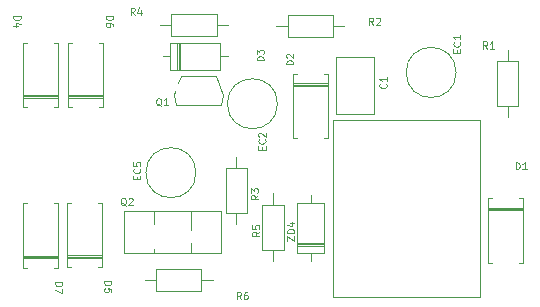
<source format=gbr>
%TF.GenerationSoftware,KiCad,Pcbnew,(7.0.0)*%
%TF.CreationDate,2023-11-14T21:29:08+01:00*%
%TF.ProjectId,reversepcb1,72657665-7273-4657-9063-62312e6b6963,rev?*%
%TF.SameCoordinates,Original*%
%TF.FileFunction,Legend,Top*%
%TF.FilePolarity,Positive*%
%FSLAX46Y46*%
G04 Gerber Fmt 4.6, Leading zero omitted, Abs format (unit mm)*
G04 Created by KiCad (PCBNEW (7.0.0)) date 2023-11-14 21:29:08*
%MOMM*%
%LPD*%
G01*
G04 APERTURE LIST*
%ADD10C,0.100000*%
%ADD11C,0.120000*%
G04 APERTURE END LIST*
D10*
X133669571Y-122047143D02*
X134269571Y-122047143D01*
X134269571Y-122047143D02*
X134269571Y-122190000D01*
X134269571Y-122190000D02*
X134241000Y-122275714D01*
X134241000Y-122275714D02*
X134183857Y-122332857D01*
X134183857Y-122332857D02*
X134126714Y-122361428D01*
X134126714Y-122361428D02*
X134012428Y-122390000D01*
X134012428Y-122390000D02*
X133926714Y-122390000D01*
X133926714Y-122390000D02*
X133812428Y-122361428D01*
X133812428Y-122361428D02*
X133755285Y-122332857D01*
X133755285Y-122332857D02*
X133698142Y-122275714D01*
X133698142Y-122275714D02*
X133669571Y-122190000D01*
X133669571Y-122190000D02*
X133669571Y-122047143D01*
X134269571Y-122932857D02*
X134269571Y-122647143D01*
X134269571Y-122647143D02*
X133983857Y-122618571D01*
X133983857Y-122618571D02*
X134012428Y-122647143D01*
X134012428Y-122647143D02*
X134041000Y-122704286D01*
X134041000Y-122704286D02*
X134041000Y-122847143D01*
X134041000Y-122847143D02*
X134012428Y-122904286D01*
X134012428Y-122904286D02*
X133983857Y-122932857D01*
X133983857Y-122932857D02*
X133926714Y-122961428D01*
X133926714Y-122961428D02*
X133783857Y-122961428D01*
X133783857Y-122961428D02*
X133726714Y-122932857D01*
X133726714Y-122932857D02*
X133698142Y-122904286D01*
X133698142Y-122904286D02*
X133669571Y-122847143D01*
X133669571Y-122847143D02*
X133669571Y-122704286D01*
X133669571Y-122704286D02*
X133698142Y-122647143D01*
X133698142Y-122647143D02*
X133726714Y-122618571D01*
X129509571Y-122107143D02*
X130109571Y-122107143D01*
X130109571Y-122107143D02*
X130109571Y-122250000D01*
X130109571Y-122250000D02*
X130081000Y-122335714D01*
X130081000Y-122335714D02*
X130023857Y-122392857D01*
X130023857Y-122392857D02*
X129966714Y-122421428D01*
X129966714Y-122421428D02*
X129852428Y-122450000D01*
X129852428Y-122450000D02*
X129766714Y-122450000D01*
X129766714Y-122450000D02*
X129652428Y-122421428D01*
X129652428Y-122421428D02*
X129595285Y-122392857D01*
X129595285Y-122392857D02*
X129538142Y-122335714D01*
X129538142Y-122335714D02*
X129509571Y-122250000D01*
X129509571Y-122250000D02*
X129509571Y-122107143D01*
X130109571Y-122650000D02*
X130109571Y-123050000D01*
X130109571Y-123050000D02*
X129509571Y-122792857D01*
X125969571Y-99577143D02*
X126569571Y-99577143D01*
X126569571Y-99577143D02*
X126569571Y-99720000D01*
X126569571Y-99720000D02*
X126541000Y-99805714D01*
X126541000Y-99805714D02*
X126483857Y-99862857D01*
X126483857Y-99862857D02*
X126426714Y-99891428D01*
X126426714Y-99891428D02*
X126312428Y-99920000D01*
X126312428Y-99920000D02*
X126226714Y-99920000D01*
X126226714Y-99920000D02*
X126112428Y-99891428D01*
X126112428Y-99891428D02*
X126055285Y-99862857D01*
X126055285Y-99862857D02*
X125998142Y-99805714D01*
X125998142Y-99805714D02*
X125969571Y-99720000D01*
X125969571Y-99720000D02*
X125969571Y-99577143D01*
X126369571Y-100434286D02*
X125969571Y-100434286D01*
X126598142Y-100291428D02*
X126169571Y-100148571D01*
X126169571Y-100148571D02*
X126169571Y-100520000D01*
X133799571Y-99577143D02*
X134399571Y-99577143D01*
X134399571Y-99577143D02*
X134399571Y-99720000D01*
X134399571Y-99720000D02*
X134371000Y-99805714D01*
X134371000Y-99805714D02*
X134313857Y-99862857D01*
X134313857Y-99862857D02*
X134256714Y-99891428D01*
X134256714Y-99891428D02*
X134142428Y-99920000D01*
X134142428Y-99920000D02*
X134056714Y-99920000D01*
X134056714Y-99920000D02*
X133942428Y-99891428D01*
X133942428Y-99891428D02*
X133885285Y-99862857D01*
X133885285Y-99862857D02*
X133828142Y-99805714D01*
X133828142Y-99805714D02*
X133799571Y-99720000D01*
X133799571Y-99720000D02*
X133799571Y-99577143D01*
X134399571Y-100434286D02*
X134399571Y-100320000D01*
X134399571Y-100320000D02*
X134371000Y-100262857D01*
X134371000Y-100262857D02*
X134342428Y-100234286D01*
X134342428Y-100234286D02*
X134256714Y-100177143D01*
X134256714Y-100177143D02*
X134142428Y-100148571D01*
X134142428Y-100148571D02*
X133913857Y-100148571D01*
X133913857Y-100148571D02*
X133856714Y-100177143D01*
X133856714Y-100177143D02*
X133828142Y-100205714D01*
X133828142Y-100205714D02*
X133799571Y-100262857D01*
X133799571Y-100262857D02*
X133799571Y-100377143D01*
X133799571Y-100377143D02*
X133828142Y-100434286D01*
X133828142Y-100434286D02*
X133856714Y-100462857D01*
X133856714Y-100462857D02*
X133913857Y-100491428D01*
X133913857Y-100491428D02*
X134056714Y-100491428D01*
X134056714Y-100491428D02*
X134113857Y-100462857D01*
X134113857Y-100462857D02*
X134142428Y-100434286D01*
X134142428Y-100434286D02*
X134171000Y-100377143D01*
X134171000Y-100377143D02*
X134171000Y-100262857D01*
X134171000Y-100262857D02*
X134142428Y-100205714D01*
X134142428Y-100205714D02*
X134113857Y-100177143D01*
X134113857Y-100177143D02*
X134056714Y-100148571D01*
%TO.C,D1*%
X168497143Y-112550428D02*
X168497143Y-111950428D01*
X168497143Y-111950428D02*
X168640000Y-111950428D01*
X168640000Y-111950428D02*
X168725714Y-111979000D01*
X168725714Y-111979000D02*
X168782857Y-112036142D01*
X168782857Y-112036142D02*
X168811428Y-112093285D01*
X168811428Y-112093285D02*
X168840000Y-112207571D01*
X168840000Y-112207571D02*
X168840000Y-112293285D01*
X168840000Y-112293285D02*
X168811428Y-112407571D01*
X168811428Y-112407571D02*
X168782857Y-112464714D01*
X168782857Y-112464714D02*
X168725714Y-112521857D01*
X168725714Y-112521857D02*
X168640000Y-112550428D01*
X168640000Y-112550428D02*
X168497143Y-112550428D01*
X169411428Y-112550428D02*
X169068571Y-112550428D01*
X169240000Y-112550428D02*
X169240000Y-111950428D01*
X169240000Y-111950428D02*
X169182857Y-112036142D01*
X169182857Y-112036142D02*
X169125714Y-112093285D01*
X169125714Y-112093285D02*
X169068571Y-112121857D01*
%TO.C,EC2*%
X146996142Y-110894285D02*
X146996142Y-110694285D01*
X147310428Y-110608571D02*
X147310428Y-110894285D01*
X147310428Y-110894285D02*
X146710428Y-110894285D01*
X146710428Y-110894285D02*
X146710428Y-110608571D01*
X147253285Y-110008571D02*
X147281857Y-110037143D01*
X147281857Y-110037143D02*
X147310428Y-110122857D01*
X147310428Y-110122857D02*
X147310428Y-110180000D01*
X147310428Y-110180000D02*
X147281857Y-110265714D01*
X147281857Y-110265714D02*
X147224714Y-110322857D01*
X147224714Y-110322857D02*
X147167571Y-110351428D01*
X147167571Y-110351428D02*
X147053285Y-110380000D01*
X147053285Y-110380000D02*
X146967571Y-110380000D01*
X146967571Y-110380000D02*
X146853285Y-110351428D01*
X146853285Y-110351428D02*
X146796142Y-110322857D01*
X146796142Y-110322857D02*
X146739000Y-110265714D01*
X146739000Y-110265714D02*
X146710428Y-110180000D01*
X146710428Y-110180000D02*
X146710428Y-110122857D01*
X146710428Y-110122857D02*
X146739000Y-110037143D01*
X146739000Y-110037143D02*
X146767571Y-110008571D01*
X146767571Y-109780000D02*
X146739000Y-109751428D01*
X146739000Y-109751428D02*
X146710428Y-109694286D01*
X146710428Y-109694286D02*
X146710428Y-109551428D01*
X146710428Y-109551428D02*
X146739000Y-109494286D01*
X146739000Y-109494286D02*
X146767571Y-109465714D01*
X146767571Y-109465714D02*
X146824714Y-109437143D01*
X146824714Y-109437143D02*
X146881857Y-109437143D01*
X146881857Y-109437143D02*
X146967571Y-109465714D01*
X146967571Y-109465714D02*
X147310428Y-109808571D01*
X147310428Y-109808571D02*
X147310428Y-109437143D01*
%TO.C,R3*%
X146670428Y-114739999D02*
X146384714Y-114939999D01*
X146670428Y-115082856D02*
X146070428Y-115082856D01*
X146070428Y-115082856D02*
X146070428Y-114854285D01*
X146070428Y-114854285D02*
X146099000Y-114797142D01*
X146099000Y-114797142D02*
X146127571Y-114768571D01*
X146127571Y-114768571D02*
X146184714Y-114739999D01*
X146184714Y-114739999D02*
X146270428Y-114739999D01*
X146270428Y-114739999D02*
X146327571Y-114768571D01*
X146327571Y-114768571D02*
X146356142Y-114797142D01*
X146356142Y-114797142D02*
X146384714Y-114854285D01*
X146384714Y-114854285D02*
X146384714Y-115082856D01*
X146070428Y-114539999D02*
X146070428Y-114168571D01*
X146070428Y-114168571D02*
X146299000Y-114368571D01*
X146299000Y-114368571D02*
X146299000Y-114282856D01*
X146299000Y-114282856D02*
X146327571Y-114225714D01*
X146327571Y-114225714D02*
X146356142Y-114197142D01*
X146356142Y-114197142D02*
X146413285Y-114168571D01*
X146413285Y-114168571D02*
X146556142Y-114168571D01*
X146556142Y-114168571D02*
X146613285Y-114197142D01*
X146613285Y-114197142D02*
X146641857Y-114225714D01*
X146641857Y-114225714D02*
X146670428Y-114282856D01*
X146670428Y-114282856D02*
X146670428Y-114454285D01*
X146670428Y-114454285D02*
X146641857Y-114511428D01*
X146641857Y-114511428D02*
X146613285Y-114539999D01*
%TO.C,D3*%
X147150428Y-103332856D02*
X146550428Y-103332856D01*
X146550428Y-103332856D02*
X146550428Y-103189999D01*
X146550428Y-103189999D02*
X146579000Y-103104285D01*
X146579000Y-103104285D02*
X146636142Y-103047142D01*
X146636142Y-103047142D02*
X146693285Y-103018571D01*
X146693285Y-103018571D02*
X146807571Y-102989999D01*
X146807571Y-102989999D02*
X146893285Y-102989999D01*
X146893285Y-102989999D02*
X147007571Y-103018571D01*
X147007571Y-103018571D02*
X147064714Y-103047142D01*
X147064714Y-103047142D02*
X147121857Y-103104285D01*
X147121857Y-103104285D02*
X147150428Y-103189999D01*
X147150428Y-103189999D02*
X147150428Y-103332856D01*
X146550428Y-102789999D02*
X146550428Y-102418571D01*
X146550428Y-102418571D02*
X146779000Y-102618571D01*
X146779000Y-102618571D02*
X146779000Y-102532856D01*
X146779000Y-102532856D02*
X146807571Y-102475714D01*
X146807571Y-102475714D02*
X146836142Y-102447142D01*
X146836142Y-102447142D02*
X146893285Y-102418571D01*
X146893285Y-102418571D02*
X147036142Y-102418571D01*
X147036142Y-102418571D02*
X147093285Y-102447142D01*
X147093285Y-102447142D02*
X147121857Y-102475714D01*
X147121857Y-102475714D02*
X147150428Y-102532856D01*
X147150428Y-102532856D02*
X147150428Y-102704285D01*
X147150428Y-102704285D02*
X147121857Y-102761428D01*
X147121857Y-102761428D02*
X147093285Y-102789999D01*
%TO.C,R4*%
X136240000Y-99480428D02*
X136040000Y-99194714D01*
X135897143Y-99480428D02*
X135897143Y-98880428D01*
X135897143Y-98880428D02*
X136125714Y-98880428D01*
X136125714Y-98880428D02*
X136182857Y-98909000D01*
X136182857Y-98909000D02*
X136211428Y-98937571D01*
X136211428Y-98937571D02*
X136240000Y-98994714D01*
X136240000Y-98994714D02*
X136240000Y-99080428D01*
X136240000Y-99080428D02*
X136211428Y-99137571D01*
X136211428Y-99137571D02*
X136182857Y-99166142D01*
X136182857Y-99166142D02*
X136125714Y-99194714D01*
X136125714Y-99194714D02*
X135897143Y-99194714D01*
X136754286Y-99080428D02*
X136754286Y-99480428D01*
X136611428Y-98851857D02*
X136468571Y-99280428D01*
X136468571Y-99280428D02*
X136840000Y-99280428D01*
%TO.C,R1*%
X166080000Y-102330428D02*
X165880000Y-102044714D01*
X165737143Y-102330428D02*
X165737143Y-101730428D01*
X165737143Y-101730428D02*
X165965714Y-101730428D01*
X165965714Y-101730428D02*
X166022857Y-101759000D01*
X166022857Y-101759000D02*
X166051428Y-101787571D01*
X166051428Y-101787571D02*
X166080000Y-101844714D01*
X166080000Y-101844714D02*
X166080000Y-101930428D01*
X166080000Y-101930428D02*
X166051428Y-101987571D01*
X166051428Y-101987571D02*
X166022857Y-102016142D01*
X166022857Y-102016142D02*
X165965714Y-102044714D01*
X165965714Y-102044714D02*
X165737143Y-102044714D01*
X166651428Y-102330428D02*
X166308571Y-102330428D01*
X166480000Y-102330428D02*
X166480000Y-101730428D01*
X166480000Y-101730428D02*
X166422857Y-101816142D01*
X166422857Y-101816142D02*
X166365714Y-101873285D01*
X166365714Y-101873285D02*
X166308571Y-101901857D01*
%TO.C,EC1*%
X163496142Y-102674285D02*
X163496142Y-102474285D01*
X163810428Y-102388571D02*
X163810428Y-102674285D01*
X163810428Y-102674285D02*
X163210428Y-102674285D01*
X163210428Y-102674285D02*
X163210428Y-102388571D01*
X163753285Y-101788571D02*
X163781857Y-101817143D01*
X163781857Y-101817143D02*
X163810428Y-101902857D01*
X163810428Y-101902857D02*
X163810428Y-101960000D01*
X163810428Y-101960000D02*
X163781857Y-102045714D01*
X163781857Y-102045714D02*
X163724714Y-102102857D01*
X163724714Y-102102857D02*
X163667571Y-102131428D01*
X163667571Y-102131428D02*
X163553285Y-102160000D01*
X163553285Y-102160000D02*
X163467571Y-102160000D01*
X163467571Y-102160000D02*
X163353285Y-102131428D01*
X163353285Y-102131428D02*
X163296142Y-102102857D01*
X163296142Y-102102857D02*
X163239000Y-102045714D01*
X163239000Y-102045714D02*
X163210428Y-101960000D01*
X163210428Y-101960000D02*
X163210428Y-101902857D01*
X163210428Y-101902857D02*
X163239000Y-101817143D01*
X163239000Y-101817143D02*
X163267571Y-101788571D01*
X163810428Y-101217143D02*
X163810428Y-101560000D01*
X163810428Y-101388571D02*
X163210428Y-101388571D01*
X163210428Y-101388571D02*
X163296142Y-101445714D01*
X163296142Y-101445714D02*
X163353285Y-101502857D01*
X163353285Y-101502857D02*
X163381857Y-101560000D01*
%TO.C,Q2*%
X135512857Y-115627571D02*
X135455714Y-115599000D01*
X135455714Y-115599000D02*
X135398571Y-115541857D01*
X135398571Y-115541857D02*
X135312857Y-115456142D01*
X135312857Y-115456142D02*
X135255714Y-115427571D01*
X135255714Y-115427571D02*
X135198571Y-115427571D01*
X135227142Y-115570428D02*
X135170000Y-115541857D01*
X135170000Y-115541857D02*
X135112857Y-115484714D01*
X135112857Y-115484714D02*
X135084285Y-115370428D01*
X135084285Y-115370428D02*
X135084285Y-115170428D01*
X135084285Y-115170428D02*
X135112857Y-115056142D01*
X135112857Y-115056142D02*
X135170000Y-114999000D01*
X135170000Y-114999000D02*
X135227142Y-114970428D01*
X135227142Y-114970428D02*
X135341428Y-114970428D01*
X135341428Y-114970428D02*
X135398571Y-114999000D01*
X135398571Y-114999000D02*
X135455714Y-115056142D01*
X135455714Y-115056142D02*
X135484285Y-115170428D01*
X135484285Y-115170428D02*
X135484285Y-115370428D01*
X135484285Y-115370428D02*
X135455714Y-115484714D01*
X135455714Y-115484714D02*
X135398571Y-115541857D01*
X135398571Y-115541857D02*
X135341428Y-115570428D01*
X135341428Y-115570428D02*
X135227142Y-115570428D01*
X135712856Y-115027571D02*
X135741428Y-114999000D01*
X135741428Y-114999000D02*
X135798571Y-114970428D01*
X135798571Y-114970428D02*
X135941428Y-114970428D01*
X135941428Y-114970428D02*
X135998571Y-114999000D01*
X135998571Y-114999000D02*
X136027142Y-115027571D01*
X136027142Y-115027571D02*
X136055713Y-115084714D01*
X136055713Y-115084714D02*
X136055713Y-115141857D01*
X136055713Y-115141857D02*
X136027142Y-115227571D01*
X136027142Y-115227571D02*
X135684285Y-115570428D01*
X135684285Y-115570428D02*
X136055713Y-115570428D01*
%TO.C,Q1*%
X138482857Y-107197571D02*
X138425714Y-107169000D01*
X138425714Y-107169000D02*
X138368571Y-107111857D01*
X138368571Y-107111857D02*
X138282857Y-107026142D01*
X138282857Y-107026142D02*
X138225714Y-106997571D01*
X138225714Y-106997571D02*
X138168571Y-106997571D01*
X138197142Y-107140428D02*
X138140000Y-107111857D01*
X138140000Y-107111857D02*
X138082857Y-107054714D01*
X138082857Y-107054714D02*
X138054285Y-106940428D01*
X138054285Y-106940428D02*
X138054285Y-106740428D01*
X138054285Y-106740428D02*
X138082857Y-106626142D01*
X138082857Y-106626142D02*
X138140000Y-106569000D01*
X138140000Y-106569000D02*
X138197142Y-106540428D01*
X138197142Y-106540428D02*
X138311428Y-106540428D01*
X138311428Y-106540428D02*
X138368571Y-106569000D01*
X138368571Y-106569000D02*
X138425714Y-106626142D01*
X138425714Y-106626142D02*
X138454285Y-106740428D01*
X138454285Y-106740428D02*
X138454285Y-106940428D01*
X138454285Y-106940428D02*
X138425714Y-107054714D01*
X138425714Y-107054714D02*
X138368571Y-107111857D01*
X138368571Y-107111857D02*
X138311428Y-107140428D01*
X138311428Y-107140428D02*
X138197142Y-107140428D01*
X139025713Y-107140428D02*
X138682856Y-107140428D01*
X138854285Y-107140428D02*
X138854285Y-106540428D01*
X138854285Y-106540428D02*
X138797142Y-106626142D01*
X138797142Y-106626142D02*
X138739999Y-106683285D01*
X138739999Y-106683285D02*
X138682856Y-106711857D01*
%TO.C,EC5*%
X136406142Y-113384285D02*
X136406142Y-113184285D01*
X136720428Y-113098571D02*
X136720428Y-113384285D01*
X136720428Y-113384285D02*
X136120428Y-113384285D01*
X136120428Y-113384285D02*
X136120428Y-113098571D01*
X136663285Y-112498571D02*
X136691857Y-112527143D01*
X136691857Y-112527143D02*
X136720428Y-112612857D01*
X136720428Y-112612857D02*
X136720428Y-112670000D01*
X136720428Y-112670000D02*
X136691857Y-112755714D01*
X136691857Y-112755714D02*
X136634714Y-112812857D01*
X136634714Y-112812857D02*
X136577571Y-112841428D01*
X136577571Y-112841428D02*
X136463285Y-112870000D01*
X136463285Y-112870000D02*
X136377571Y-112870000D01*
X136377571Y-112870000D02*
X136263285Y-112841428D01*
X136263285Y-112841428D02*
X136206142Y-112812857D01*
X136206142Y-112812857D02*
X136149000Y-112755714D01*
X136149000Y-112755714D02*
X136120428Y-112670000D01*
X136120428Y-112670000D02*
X136120428Y-112612857D01*
X136120428Y-112612857D02*
X136149000Y-112527143D01*
X136149000Y-112527143D02*
X136177571Y-112498571D01*
X136120428Y-111955714D02*
X136120428Y-112241428D01*
X136120428Y-112241428D02*
X136406142Y-112270000D01*
X136406142Y-112270000D02*
X136377571Y-112241428D01*
X136377571Y-112241428D02*
X136349000Y-112184286D01*
X136349000Y-112184286D02*
X136349000Y-112041428D01*
X136349000Y-112041428D02*
X136377571Y-111984286D01*
X136377571Y-111984286D02*
X136406142Y-111955714D01*
X136406142Y-111955714D02*
X136463285Y-111927143D01*
X136463285Y-111927143D02*
X136606142Y-111927143D01*
X136606142Y-111927143D02*
X136663285Y-111955714D01*
X136663285Y-111955714D02*
X136691857Y-111984286D01*
X136691857Y-111984286D02*
X136720428Y-112041428D01*
X136720428Y-112041428D02*
X136720428Y-112184286D01*
X136720428Y-112184286D02*
X136691857Y-112241428D01*
X136691857Y-112241428D02*
X136663285Y-112270000D01*
%TO.C,R5*%
X146790428Y-117839999D02*
X146504714Y-118039999D01*
X146790428Y-118182856D02*
X146190428Y-118182856D01*
X146190428Y-118182856D02*
X146190428Y-117954285D01*
X146190428Y-117954285D02*
X146219000Y-117897142D01*
X146219000Y-117897142D02*
X146247571Y-117868571D01*
X146247571Y-117868571D02*
X146304714Y-117839999D01*
X146304714Y-117839999D02*
X146390428Y-117839999D01*
X146390428Y-117839999D02*
X146447571Y-117868571D01*
X146447571Y-117868571D02*
X146476142Y-117897142D01*
X146476142Y-117897142D02*
X146504714Y-117954285D01*
X146504714Y-117954285D02*
X146504714Y-118182856D01*
X146190428Y-117297142D02*
X146190428Y-117582856D01*
X146190428Y-117582856D02*
X146476142Y-117611428D01*
X146476142Y-117611428D02*
X146447571Y-117582856D01*
X146447571Y-117582856D02*
X146419000Y-117525714D01*
X146419000Y-117525714D02*
X146419000Y-117382856D01*
X146419000Y-117382856D02*
X146447571Y-117325714D01*
X146447571Y-117325714D02*
X146476142Y-117297142D01*
X146476142Y-117297142D02*
X146533285Y-117268571D01*
X146533285Y-117268571D02*
X146676142Y-117268571D01*
X146676142Y-117268571D02*
X146733285Y-117297142D01*
X146733285Y-117297142D02*
X146761857Y-117325714D01*
X146761857Y-117325714D02*
X146790428Y-117382856D01*
X146790428Y-117382856D02*
X146790428Y-117525714D01*
X146790428Y-117525714D02*
X146761857Y-117582856D01*
X146761857Y-117582856D02*
X146733285Y-117611428D01*
%TO.C,D2*%
X149660428Y-103662856D02*
X149060428Y-103662856D01*
X149060428Y-103662856D02*
X149060428Y-103519999D01*
X149060428Y-103519999D02*
X149089000Y-103434285D01*
X149089000Y-103434285D02*
X149146142Y-103377142D01*
X149146142Y-103377142D02*
X149203285Y-103348571D01*
X149203285Y-103348571D02*
X149317571Y-103319999D01*
X149317571Y-103319999D02*
X149403285Y-103319999D01*
X149403285Y-103319999D02*
X149517571Y-103348571D01*
X149517571Y-103348571D02*
X149574714Y-103377142D01*
X149574714Y-103377142D02*
X149631857Y-103434285D01*
X149631857Y-103434285D02*
X149660428Y-103519999D01*
X149660428Y-103519999D02*
X149660428Y-103662856D01*
X149117571Y-103091428D02*
X149089000Y-103062856D01*
X149089000Y-103062856D02*
X149060428Y-103005714D01*
X149060428Y-103005714D02*
X149060428Y-102862856D01*
X149060428Y-102862856D02*
X149089000Y-102805714D01*
X149089000Y-102805714D02*
X149117571Y-102777142D01*
X149117571Y-102777142D02*
X149174714Y-102748571D01*
X149174714Y-102748571D02*
X149231857Y-102748571D01*
X149231857Y-102748571D02*
X149317571Y-102777142D01*
X149317571Y-102777142D02*
X149660428Y-103119999D01*
X149660428Y-103119999D02*
X149660428Y-102748571D01*
%TO.C,ZD4*%
X149160428Y-118585714D02*
X149160428Y-118185714D01*
X149160428Y-118185714D02*
X149760428Y-118585714D01*
X149760428Y-118585714D02*
X149760428Y-118185714D01*
X149760428Y-117957142D02*
X149160428Y-117957142D01*
X149160428Y-117957142D02*
X149160428Y-117814285D01*
X149160428Y-117814285D02*
X149189000Y-117728571D01*
X149189000Y-117728571D02*
X149246142Y-117671428D01*
X149246142Y-117671428D02*
X149303285Y-117642857D01*
X149303285Y-117642857D02*
X149417571Y-117614285D01*
X149417571Y-117614285D02*
X149503285Y-117614285D01*
X149503285Y-117614285D02*
X149617571Y-117642857D01*
X149617571Y-117642857D02*
X149674714Y-117671428D01*
X149674714Y-117671428D02*
X149731857Y-117728571D01*
X149731857Y-117728571D02*
X149760428Y-117814285D01*
X149760428Y-117814285D02*
X149760428Y-117957142D01*
X149360428Y-117100000D02*
X149760428Y-117100000D01*
X149131857Y-117242857D02*
X149560428Y-117385714D01*
X149560428Y-117385714D02*
X149560428Y-117014285D01*
%TO.C,R2*%
X156440000Y-100300428D02*
X156240000Y-100014714D01*
X156097143Y-100300428D02*
X156097143Y-99700428D01*
X156097143Y-99700428D02*
X156325714Y-99700428D01*
X156325714Y-99700428D02*
X156382857Y-99729000D01*
X156382857Y-99729000D02*
X156411428Y-99757571D01*
X156411428Y-99757571D02*
X156440000Y-99814714D01*
X156440000Y-99814714D02*
X156440000Y-99900428D01*
X156440000Y-99900428D02*
X156411428Y-99957571D01*
X156411428Y-99957571D02*
X156382857Y-99986142D01*
X156382857Y-99986142D02*
X156325714Y-100014714D01*
X156325714Y-100014714D02*
X156097143Y-100014714D01*
X156668571Y-99757571D02*
X156697143Y-99729000D01*
X156697143Y-99729000D02*
X156754286Y-99700428D01*
X156754286Y-99700428D02*
X156897143Y-99700428D01*
X156897143Y-99700428D02*
X156954286Y-99729000D01*
X156954286Y-99729000D02*
X156982857Y-99757571D01*
X156982857Y-99757571D02*
X157011428Y-99814714D01*
X157011428Y-99814714D02*
X157011428Y-99871857D01*
X157011428Y-99871857D02*
X156982857Y-99957571D01*
X156982857Y-99957571D02*
X156640000Y-100300428D01*
X156640000Y-100300428D02*
X157011428Y-100300428D01*
%TO.C,R6*%
X145230000Y-123540428D02*
X145030000Y-123254714D01*
X144887143Y-123540428D02*
X144887143Y-122940428D01*
X144887143Y-122940428D02*
X145115714Y-122940428D01*
X145115714Y-122940428D02*
X145172857Y-122969000D01*
X145172857Y-122969000D02*
X145201428Y-122997571D01*
X145201428Y-122997571D02*
X145230000Y-123054714D01*
X145230000Y-123054714D02*
X145230000Y-123140428D01*
X145230000Y-123140428D02*
X145201428Y-123197571D01*
X145201428Y-123197571D02*
X145172857Y-123226142D01*
X145172857Y-123226142D02*
X145115714Y-123254714D01*
X145115714Y-123254714D02*
X144887143Y-123254714D01*
X145744286Y-122940428D02*
X145630000Y-122940428D01*
X145630000Y-122940428D02*
X145572857Y-122969000D01*
X145572857Y-122969000D02*
X145544286Y-122997571D01*
X145544286Y-122997571D02*
X145487143Y-123083285D01*
X145487143Y-123083285D02*
X145458571Y-123197571D01*
X145458571Y-123197571D02*
X145458571Y-123426142D01*
X145458571Y-123426142D02*
X145487143Y-123483285D01*
X145487143Y-123483285D02*
X145515714Y-123511857D01*
X145515714Y-123511857D02*
X145572857Y-123540428D01*
X145572857Y-123540428D02*
X145687143Y-123540428D01*
X145687143Y-123540428D02*
X145744286Y-123511857D01*
X145744286Y-123511857D02*
X145772857Y-123483285D01*
X145772857Y-123483285D02*
X145801428Y-123426142D01*
X145801428Y-123426142D02*
X145801428Y-123283285D01*
X145801428Y-123283285D02*
X145772857Y-123226142D01*
X145772857Y-123226142D02*
X145744286Y-123197571D01*
X145744286Y-123197571D02*
X145687143Y-123169000D01*
X145687143Y-123169000D02*
X145572857Y-123169000D01*
X145572857Y-123169000D02*
X145515714Y-123197571D01*
X145515714Y-123197571D02*
X145487143Y-123226142D01*
X145487143Y-123226142D02*
X145458571Y-123283285D01*
%TO.C,C1*%
X157503285Y-105299999D02*
X157531857Y-105328571D01*
X157531857Y-105328571D02*
X157560428Y-105414285D01*
X157560428Y-105414285D02*
X157560428Y-105471428D01*
X157560428Y-105471428D02*
X157531857Y-105557142D01*
X157531857Y-105557142D02*
X157474714Y-105614285D01*
X157474714Y-105614285D02*
X157417571Y-105642856D01*
X157417571Y-105642856D02*
X157303285Y-105671428D01*
X157303285Y-105671428D02*
X157217571Y-105671428D01*
X157217571Y-105671428D02*
X157103285Y-105642856D01*
X157103285Y-105642856D02*
X157046142Y-105614285D01*
X157046142Y-105614285D02*
X156989000Y-105557142D01*
X156989000Y-105557142D02*
X156960428Y-105471428D01*
X156960428Y-105471428D02*
X156960428Y-105414285D01*
X156960428Y-105414285D02*
X156989000Y-105328571D01*
X156989000Y-105328571D02*
X157017571Y-105299999D01*
X157560428Y-104728571D02*
X157560428Y-105071428D01*
X157560428Y-104899999D02*
X156960428Y-104899999D01*
X156960428Y-104899999D02*
X157046142Y-104957142D01*
X157046142Y-104957142D02*
X157103285Y-105014285D01*
X157103285Y-105014285D02*
X157131857Y-105071428D01*
D11*
%TO.C,D1*%
X169090000Y-115010000D02*
X169090000Y-120450000D01*
X168760000Y-115010000D02*
X169090000Y-115010000D01*
X166480000Y-115010000D02*
X166150000Y-115010000D01*
X166150000Y-115010000D02*
X166150000Y-120450000D01*
X169090000Y-115790000D02*
X166150000Y-115790000D01*
X169090000Y-115910000D02*
X166150000Y-115910000D01*
X169090000Y-116030000D02*
X166150000Y-116030000D01*
X169090000Y-120450000D02*
X168760000Y-120450000D01*
X166150000Y-120450000D02*
X166480000Y-120450000D01*
%TO.C,EC2*%
X148320000Y-107000000D02*
G75*
G03*
X148320000Y-107000000I-2120000J0D01*
G01*
%TO.C,R3*%
X144850000Y-117210000D02*
X144850000Y-116260000D01*
X143930000Y-116260000D02*
X145770000Y-116260000D01*
X145770000Y-116260000D02*
X145770000Y-112420000D01*
X143930000Y-112420000D02*
X143930000Y-116260000D01*
X145770000Y-112420000D02*
X143930000Y-112420000D01*
X144850000Y-111470000D02*
X144850000Y-112420000D01*
%TO.C,D3*%
X138590000Y-103000000D02*
X139240000Y-103000000D01*
X139240000Y-101880000D02*
X139240000Y-104120000D01*
X139240000Y-104120000D02*
X143480000Y-104120000D01*
X139840000Y-101880000D02*
X139840000Y-104120000D01*
X139960000Y-101880000D02*
X139960000Y-104120000D01*
X140080000Y-101880000D02*
X140080000Y-104120000D01*
X143480000Y-101880000D02*
X139240000Y-101880000D01*
X143480000Y-104120000D02*
X143480000Y-101880000D01*
X144130000Y-103000000D02*
X143480000Y-103000000D01*
%TO.C,R4*%
X138390000Y-100350000D02*
X139340000Y-100350000D01*
X139340000Y-99430000D02*
X139340000Y-101270000D01*
X139340000Y-101270000D02*
X143180000Y-101270000D01*
X143180000Y-99430000D02*
X139340000Y-99430000D01*
X143180000Y-101270000D02*
X143180000Y-99430000D01*
X144130000Y-100350000D02*
X143180000Y-100350000D01*
%TO.C,R1*%
X167810000Y-108150000D02*
X167810000Y-107200000D01*
X166890000Y-107200000D02*
X168730000Y-107200000D01*
X168730000Y-107200000D02*
X168730000Y-103360000D01*
X166890000Y-103360000D02*
X166890000Y-107200000D01*
X168730000Y-103360000D02*
X166890000Y-103360000D01*
X167810000Y-102410000D02*
X167810000Y-103360000D01*
%TO.C,D1*%
X126810000Y-107270000D02*
X126810000Y-101830000D01*
X127140000Y-107270000D02*
X126810000Y-107270000D01*
X129420000Y-107270000D02*
X129750000Y-107270000D01*
X129750000Y-107270000D02*
X129750000Y-101830000D01*
X126810000Y-106490000D02*
X129750000Y-106490000D01*
X126810000Y-106370000D02*
X129750000Y-106370000D01*
X126810000Y-106250000D02*
X129750000Y-106250000D01*
X126810000Y-101830000D02*
X127140000Y-101830000D01*
X129750000Y-101830000D02*
X129420000Y-101830000D01*
%TO.C,EC1*%
X163450000Y-104350000D02*
G75*
G03*
X163450000Y-104350000I-2120000J0D01*
G01*
%TO.C,Q2*%
X135320000Y-116125000D02*
X135320000Y-119615000D01*
X135320000Y-116125000D02*
X143560000Y-116125000D01*
X135320000Y-119615000D02*
X143560000Y-119615000D01*
X137840000Y-116125000D02*
X137840000Y-117195000D01*
X137840000Y-119295000D02*
X137840000Y-119615000D01*
X141041000Y-116125000D02*
X141041000Y-117705000D01*
X141041000Y-118785000D02*
X141041000Y-119615000D01*
X143560000Y-116125000D02*
X143560000Y-119615000D01*
%TO.C,Q1*%
X139540000Y-106230000D02*
X139690000Y-107080000D01*
X139640000Y-105930000D02*
X139540000Y-106230000D01*
X139690000Y-107080000D02*
X143540000Y-107080000D01*
X140140000Y-104630000D02*
X139890000Y-105280000D01*
X143090000Y-104630000D02*
X140140000Y-104630000D01*
X143540000Y-107080000D02*
X143690000Y-106230000D01*
X143690000Y-106230000D02*
X143090000Y-104630000D01*
%TO.C,D2*%
X126780000Y-120880000D02*
X126780000Y-115440000D01*
X127110000Y-120880000D02*
X126780000Y-120880000D01*
X129390000Y-120880000D02*
X129720000Y-120880000D01*
X129720000Y-120880000D02*
X129720000Y-115440000D01*
X126780000Y-120100000D02*
X129720000Y-120100000D01*
X126780000Y-119980000D02*
X129720000Y-119980000D01*
X126780000Y-119860000D02*
X129720000Y-119860000D01*
X126780000Y-115440000D02*
X127110000Y-115440000D01*
X129720000Y-115440000D02*
X129390000Y-115440000D01*
%TO.C,EC5*%
X141420000Y-112840000D02*
G75*
G03*
X141420000Y-112840000I-2120000J0D01*
G01*
%TO.C,R5*%
X147940000Y-120340000D02*
X147940000Y-119390000D01*
X147020000Y-119390000D02*
X148860000Y-119390000D01*
X148860000Y-119390000D02*
X148860000Y-115550000D01*
X147020000Y-115550000D02*
X147020000Y-119390000D01*
X148860000Y-115550000D02*
X147020000Y-115550000D01*
X147940000Y-114600000D02*
X147940000Y-115550000D01*
%TO.C,D4*%
X130490000Y-120860000D02*
X130490000Y-115420000D01*
X130820000Y-120860000D02*
X130490000Y-120860000D01*
X133100000Y-120860000D02*
X133430000Y-120860000D01*
X133430000Y-120860000D02*
X133430000Y-115420000D01*
X130490000Y-120080000D02*
X133430000Y-120080000D01*
X130490000Y-119960000D02*
X133430000Y-119960000D01*
X130490000Y-119840000D02*
X133430000Y-119840000D01*
X130490000Y-115420000D02*
X130820000Y-115420000D01*
X133430000Y-115420000D02*
X133100000Y-115420000D01*
%TO.C,D2*%
X152560000Y-104490000D02*
X152560000Y-109930000D01*
X152230000Y-104490000D02*
X152560000Y-104490000D01*
X149950000Y-104490000D02*
X149620000Y-104490000D01*
X149620000Y-104490000D02*
X149620000Y-109930000D01*
X152560000Y-105270000D02*
X149620000Y-105270000D01*
X152560000Y-105390000D02*
X149620000Y-105390000D01*
X152560000Y-105510000D02*
X149620000Y-105510000D01*
X152560000Y-109930000D02*
X152230000Y-109930000D01*
X149620000Y-109930000D02*
X149950000Y-109930000D01*
%TO.C,ZD4*%
X151130000Y-120280000D02*
X151130000Y-119630000D01*
X150010000Y-119630000D02*
X152250000Y-119630000D01*
X152250000Y-119630000D02*
X152250000Y-115390000D01*
X150010000Y-119030000D02*
X152250000Y-119030000D01*
X150010000Y-118910000D02*
X152250000Y-118910000D01*
X150010000Y-118790000D02*
X152250000Y-118790000D01*
X150010000Y-115390000D02*
X150010000Y-119630000D01*
X152250000Y-115390000D02*
X150010000Y-115390000D01*
X151130000Y-114740000D02*
X151130000Y-115390000D01*
%TO.C,D3*%
X130600000Y-107280000D02*
X130600000Y-101840000D01*
X130930000Y-107280000D02*
X130600000Y-107280000D01*
X133210000Y-107280000D02*
X133540000Y-107280000D01*
X133540000Y-107280000D02*
X133540000Y-101840000D01*
X130600000Y-106500000D02*
X133540000Y-106500000D01*
X130600000Y-106380000D02*
X133540000Y-106380000D01*
X130600000Y-106260000D02*
X133540000Y-106260000D01*
X130600000Y-101840000D02*
X130930000Y-101840000D01*
X133540000Y-101840000D02*
X133210000Y-101840000D01*
%TO.C,R2*%
X148240000Y-100430000D02*
X149190000Y-100430000D01*
X149190000Y-99510000D02*
X149190000Y-101350000D01*
X149190000Y-101350000D02*
X153030000Y-101350000D01*
X153030000Y-99510000D02*
X149190000Y-99510000D01*
X153030000Y-101350000D02*
X153030000Y-99510000D01*
X153980000Y-100430000D02*
X153030000Y-100430000D01*
%TO.C,R6*%
X137100000Y-121900000D02*
X138050000Y-121900000D01*
X138050000Y-120980000D02*
X138050000Y-122820000D01*
X138050000Y-122820000D02*
X141890000Y-122820000D01*
X141890000Y-120980000D02*
X138050000Y-120980000D01*
X141890000Y-122820000D02*
X141890000Y-120980000D01*
X142840000Y-121900000D02*
X141890000Y-121900000D01*
%TO.C,C1*%
X153280000Y-107850000D02*
X156520000Y-107850000D01*
X153280000Y-107850000D02*
X153280000Y-103010000D01*
X156520000Y-107850000D02*
X156520000Y-103010000D01*
X153280000Y-103010000D02*
X156520000Y-103010000D01*
D10*
%TO.C,T1*%
X165490000Y-108360000D02*
X152990000Y-108360000D01*
X152990000Y-108360000D02*
X152990000Y-123360000D01*
X152990000Y-123360000D02*
X165490000Y-123360000D01*
X165490000Y-123360000D02*
X165490000Y-108360000D01*
%TD*%
M02*

</source>
